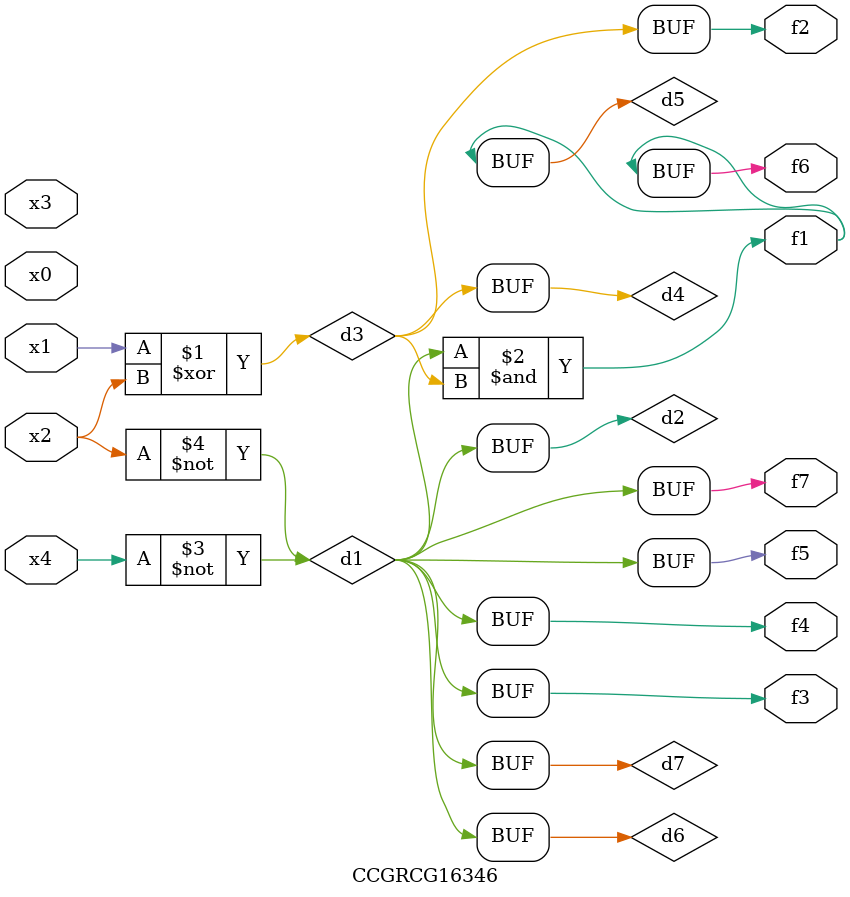
<source format=v>
module CCGRCG16346(
	input x0, x1, x2, x3, x4,
	output f1, f2, f3, f4, f5, f6, f7
);

	wire d1, d2, d3, d4, d5, d6, d7;

	not (d1, x4);
	not (d2, x2);
	xor (d3, x1, x2);
	buf (d4, d3);
	and (d5, d1, d3);
	buf (d6, d1, d2);
	buf (d7, d2);
	assign f1 = d5;
	assign f2 = d4;
	assign f3 = d7;
	assign f4 = d7;
	assign f5 = d7;
	assign f6 = d5;
	assign f7 = d7;
endmodule

</source>
